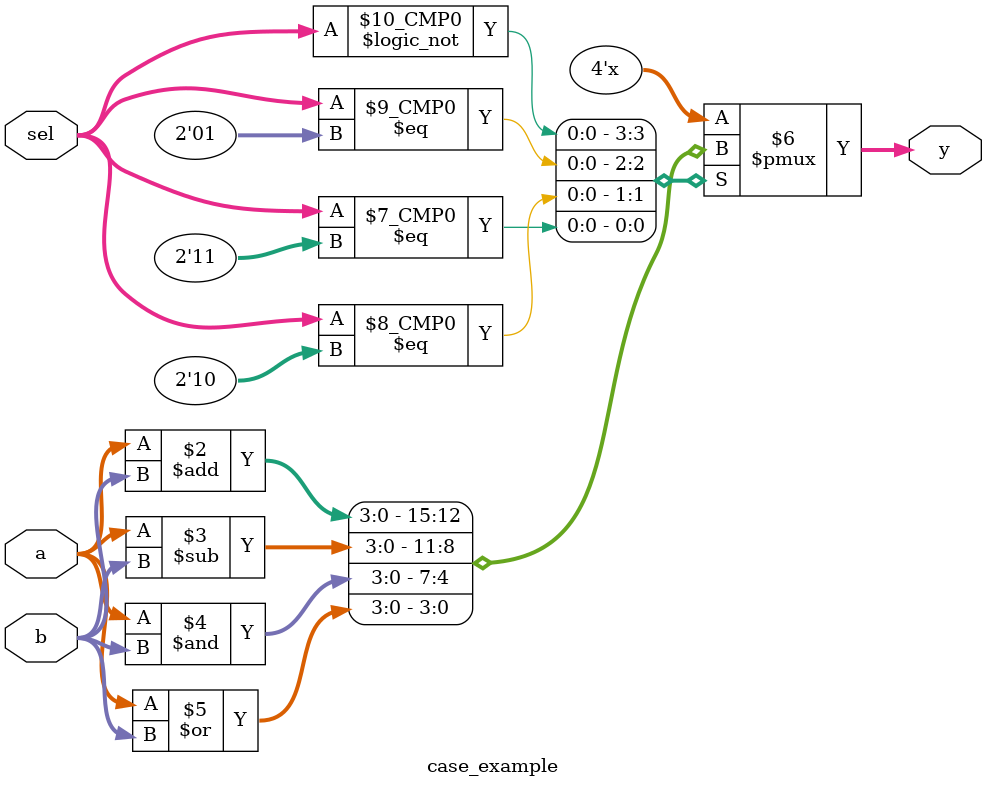
<source format=v>
module case_example(input [1:0] sel, input [3:0] a, b, output reg [3:0] y);

  always @(*) begin
    case (sel)
      2'b00: y = a + b;  
      2'b01: y = a - b;  
      2'b10: y = a & b;   
      2'b11: y = a | b;  
      default: y = 4'b0000;
    endcase
  end

endmodule

</source>
